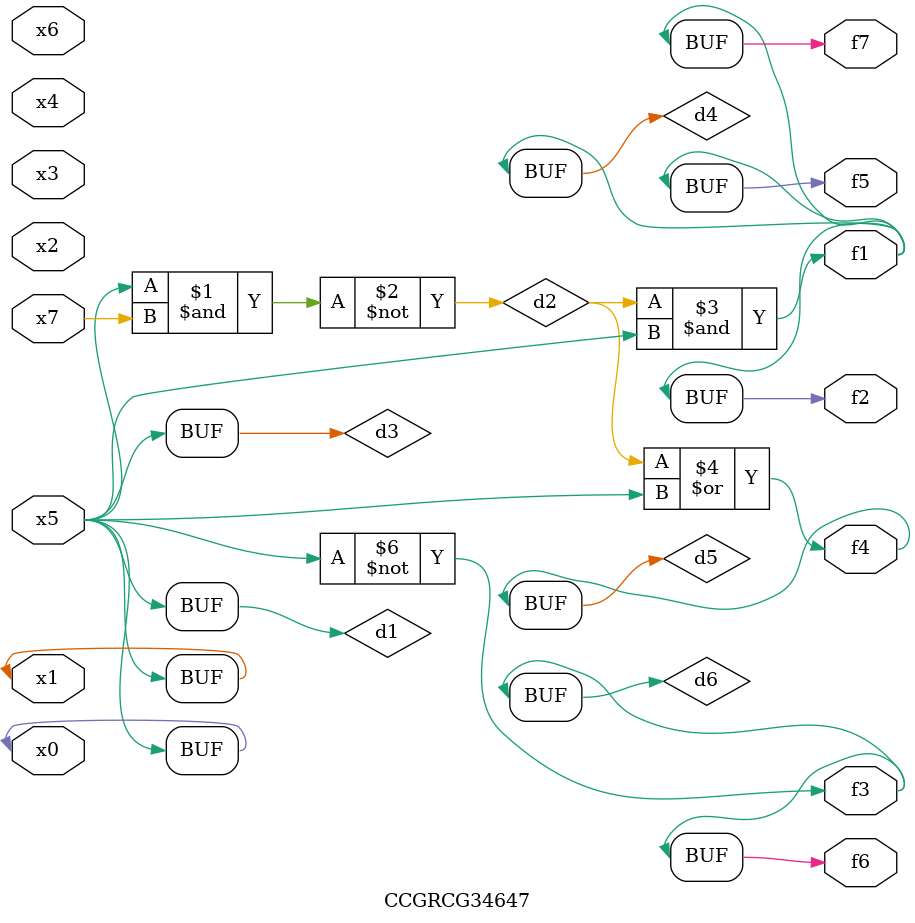
<source format=v>
module CCGRCG34647(
	input x0, x1, x2, x3, x4, x5, x6, x7,
	output f1, f2, f3, f4, f5, f6, f7
);

	wire d1, d2, d3, d4, d5, d6;

	buf (d1, x0, x5);
	nand (d2, x5, x7);
	buf (d3, x0, x1);
	and (d4, d2, d3);
	or (d5, d2, d3);
	nor (d6, d1, d3);
	assign f1 = d4;
	assign f2 = d4;
	assign f3 = d6;
	assign f4 = d5;
	assign f5 = d4;
	assign f6 = d6;
	assign f7 = d4;
endmodule

</source>
